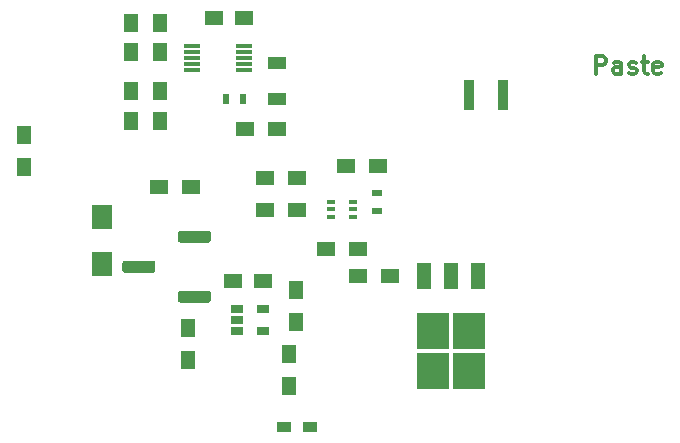
<source format=gtp>
G04 #@! TF.GenerationSoftware,KiCad,Pcbnew,(5.1.4)-1*
G04 #@! TF.CreationDate,2019-11-14T19:44:45-06:00*
G04 #@! TF.ProjectId,Cree_GaN_Driver,43726565-5f47-4614-9e5f-447269766572,rev?*
G04 #@! TF.SameCoordinates,Original*
G04 #@! TF.FileFunction,Paste,Top*
G04 #@! TF.FilePolarity,Positive*
%FSLAX46Y46*%
G04 Gerber Fmt 4.6, Leading zero omitted, Abs format (unit mm)*
G04 Created by KiCad (PCBNEW (5.1.4)-1) date 2019-11-14 19:44:45*
%MOMM*%
%LPD*%
G04 APERTURE LIST*
%ADD10C,0.300000*%
%ADD11R,1.300000X1.500000*%
%ADD12R,1.250000X1.500000*%
%ADD13R,1.500000X1.250000*%
%ADD14R,1.600000X1.000000*%
%ADD15R,0.650000X0.400000*%
%ADD16R,2.750000X3.050000*%
%ADD17R,1.200000X2.200000*%
%ADD18R,0.500000X0.900000*%
%ADD19R,1.500000X1.300000*%
%ADD20R,0.900000X0.500000*%
%ADD21R,1.700000X2.000000*%
%ADD22C,0.020000*%
%ADD23C,1.020000*%
%ADD24R,1.200000X0.900000*%
%ADD25R,1.400000X0.300000*%
%ADD26R,1.060000X0.650000*%
%ADD27R,0.900000X2.500000*%
G04 APERTURE END LIST*
D10*
X158603500Y-149522571D02*
X158603500Y-148022571D01*
X159174928Y-148022571D01*
X159317785Y-148094000D01*
X159389214Y-148165428D01*
X159460642Y-148308285D01*
X159460642Y-148522571D01*
X159389214Y-148665428D01*
X159317785Y-148736857D01*
X159174928Y-148808285D01*
X158603500Y-148808285D01*
X160746357Y-149522571D02*
X160746357Y-148736857D01*
X160674928Y-148594000D01*
X160532071Y-148522571D01*
X160246357Y-148522571D01*
X160103500Y-148594000D01*
X160746357Y-149451142D02*
X160603500Y-149522571D01*
X160246357Y-149522571D01*
X160103500Y-149451142D01*
X160032071Y-149308285D01*
X160032071Y-149165428D01*
X160103500Y-149022571D01*
X160246357Y-148951142D01*
X160603500Y-148951142D01*
X160746357Y-148879714D01*
X161389214Y-149451142D02*
X161532071Y-149522571D01*
X161817785Y-149522571D01*
X161960642Y-149451142D01*
X162032071Y-149308285D01*
X162032071Y-149236857D01*
X161960642Y-149094000D01*
X161817785Y-149022571D01*
X161603500Y-149022571D01*
X161460642Y-148951142D01*
X161389214Y-148808285D01*
X161389214Y-148736857D01*
X161460642Y-148594000D01*
X161603500Y-148522571D01*
X161817785Y-148522571D01*
X161960642Y-148594000D01*
X162460642Y-148522571D02*
X163032071Y-148522571D01*
X162674928Y-148022571D02*
X162674928Y-149308285D01*
X162746357Y-149451142D01*
X162889214Y-149522571D01*
X163032071Y-149522571D01*
X164103500Y-149451142D02*
X163960642Y-149522571D01*
X163674928Y-149522571D01*
X163532071Y-149451142D01*
X163460642Y-149308285D01*
X163460642Y-148736857D01*
X163532071Y-148594000D01*
X163674928Y-148522571D01*
X163960642Y-148522571D01*
X164103500Y-148594000D01*
X164174928Y-148736857D01*
X164174928Y-148879714D01*
X163460642Y-149022571D01*
D11*
X110159800Y-157386000D03*
X110159800Y-154686000D03*
D12*
X121666000Y-153523000D03*
X121666000Y-151023000D03*
X121666000Y-145201000D03*
X121666000Y-147701000D03*
X119253000Y-151023000D03*
X119253000Y-153523000D03*
X119253000Y-147701000D03*
X119253000Y-145201000D03*
D13*
X128758000Y-144780000D03*
X126258000Y-144780000D03*
D14*
X131572000Y-151638000D03*
X131572000Y-148638000D03*
D13*
X127865500Y-167068500D03*
X130365500Y-167068500D03*
D15*
X138049000Y-160371000D03*
X138049000Y-161671000D03*
X136149000Y-161021000D03*
X138049000Y-161021000D03*
X136149000Y-161671000D03*
X136149000Y-160371000D03*
D16*
X144780000Y-171323000D03*
X147830000Y-174673000D03*
X147830000Y-171323000D03*
X144780000Y-174673000D03*
D17*
X144025000Y-166698000D03*
X146305000Y-166698000D03*
X148585000Y-166698000D03*
D18*
X127254000Y-151638000D03*
X128754000Y-151638000D03*
D19*
X131605000Y-154178000D03*
X128905000Y-154178000D03*
X130556000Y-158369000D03*
X133256000Y-158369000D03*
X133256000Y-161036000D03*
X130556000Y-161036000D03*
X140114000Y-157353000D03*
X137414000Y-157353000D03*
D20*
X140081000Y-159663000D03*
X140081000Y-161163000D03*
D11*
X133159500Y-170514000D03*
X133159500Y-167814000D03*
X132588000Y-173228000D03*
X132588000Y-175928000D03*
D19*
X135730000Y-164338000D03*
X138430000Y-164338000D03*
X141130000Y-166687500D03*
X138430000Y-166687500D03*
D21*
X116738400Y-161671000D03*
X116738400Y-165671000D03*
D22*
G36*
X125756994Y-167893228D02*
G01*
X125781748Y-167896900D01*
X125806023Y-167902980D01*
X125829584Y-167911411D01*
X125852206Y-167922110D01*
X125873670Y-167934975D01*
X125893770Y-167949882D01*
X125912312Y-167966688D01*
X125929118Y-167985230D01*
X125944025Y-168005330D01*
X125956890Y-168026794D01*
X125967589Y-168049416D01*
X125976020Y-168072977D01*
X125982100Y-168097252D01*
X125985772Y-168122006D01*
X125987000Y-168147000D01*
X125987000Y-168657000D01*
X125985772Y-168681994D01*
X125982100Y-168706748D01*
X125976020Y-168731023D01*
X125967589Y-168754584D01*
X125956890Y-168777206D01*
X125944025Y-168798670D01*
X125929118Y-168818770D01*
X125912312Y-168837312D01*
X125893770Y-168854118D01*
X125873670Y-168869025D01*
X125852206Y-168881890D01*
X125829584Y-168892589D01*
X125806023Y-168901020D01*
X125781748Y-168907100D01*
X125756994Y-168910772D01*
X125732000Y-168912000D01*
X123442000Y-168912000D01*
X123417006Y-168910772D01*
X123392252Y-168907100D01*
X123367977Y-168901020D01*
X123344416Y-168892589D01*
X123321794Y-168881890D01*
X123300330Y-168869025D01*
X123280230Y-168854118D01*
X123261688Y-168837312D01*
X123244882Y-168818770D01*
X123229975Y-168798670D01*
X123217110Y-168777206D01*
X123206411Y-168754584D01*
X123197980Y-168731023D01*
X123191900Y-168706748D01*
X123188228Y-168681994D01*
X123187000Y-168657000D01*
X123187000Y-168147000D01*
X123188228Y-168122006D01*
X123191900Y-168097252D01*
X123197980Y-168072977D01*
X123206411Y-168049416D01*
X123217110Y-168026794D01*
X123229975Y-168005330D01*
X123244882Y-167985230D01*
X123261688Y-167966688D01*
X123280230Y-167949882D01*
X123300330Y-167934975D01*
X123321794Y-167922110D01*
X123344416Y-167911411D01*
X123367977Y-167902980D01*
X123392252Y-167896900D01*
X123417006Y-167893228D01*
X123442000Y-167892000D01*
X125732000Y-167892000D01*
X125756994Y-167893228D01*
X125756994Y-167893228D01*
G37*
D23*
X124587000Y-168402000D03*
D22*
G36*
X125756994Y-162813228D02*
G01*
X125781748Y-162816900D01*
X125806023Y-162822980D01*
X125829584Y-162831411D01*
X125852206Y-162842110D01*
X125873670Y-162854975D01*
X125893770Y-162869882D01*
X125912312Y-162886688D01*
X125929118Y-162905230D01*
X125944025Y-162925330D01*
X125956890Y-162946794D01*
X125967589Y-162969416D01*
X125976020Y-162992977D01*
X125982100Y-163017252D01*
X125985772Y-163042006D01*
X125987000Y-163067000D01*
X125987000Y-163577000D01*
X125985772Y-163601994D01*
X125982100Y-163626748D01*
X125976020Y-163651023D01*
X125967589Y-163674584D01*
X125956890Y-163697206D01*
X125944025Y-163718670D01*
X125929118Y-163738770D01*
X125912312Y-163757312D01*
X125893770Y-163774118D01*
X125873670Y-163789025D01*
X125852206Y-163801890D01*
X125829584Y-163812589D01*
X125806023Y-163821020D01*
X125781748Y-163827100D01*
X125756994Y-163830772D01*
X125732000Y-163832000D01*
X123442000Y-163832000D01*
X123417006Y-163830772D01*
X123392252Y-163827100D01*
X123367977Y-163821020D01*
X123344416Y-163812589D01*
X123321794Y-163801890D01*
X123300330Y-163789025D01*
X123280230Y-163774118D01*
X123261688Y-163757312D01*
X123244882Y-163738770D01*
X123229975Y-163718670D01*
X123217110Y-163697206D01*
X123206411Y-163674584D01*
X123197980Y-163651023D01*
X123191900Y-163626748D01*
X123188228Y-163601994D01*
X123187000Y-163577000D01*
X123187000Y-163067000D01*
X123188228Y-163042006D01*
X123191900Y-163017252D01*
X123197980Y-162992977D01*
X123206411Y-162969416D01*
X123217110Y-162946794D01*
X123229975Y-162925330D01*
X123244882Y-162905230D01*
X123261688Y-162886688D01*
X123280230Y-162869882D01*
X123300330Y-162854975D01*
X123321794Y-162842110D01*
X123344416Y-162831411D01*
X123367977Y-162822980D01*
X123392252Y-162816900D01*
X123417006Y-162813228D01*
X123442000Y-162812000D01*
X125732000Y-162812000D01*
X125756994Y-162813228D01*
X125756994Y-162813228D01*
G37*
D23*
X124587000Y-163322000D03*
D22*
G36*
X121066994Y-165353228D02*
G01*
X121091748Y-165356900D01*
X121116023Y-165362980D01*
X121139584Y-165371411D01*
X121162206Y-165382110D01*
X121183670Y-165394975D01*
X121203770Y-165409882D01*
X121222312Y-165426688D01*
X121239118Y-165445230D01*
X121254025Y-165465330D01*
X121266890Y-165486794D01*
X121277589Y-165509416D01*
X121286020Y-165532977D01*
X121292100Y-165557252D01*
X121295772Y-165582006D01*
X121297000Y-165607000D01*
X121297000Y-166117000D01*
X121295772Y-166141994D01*
X121292100Y-166166748D01*
X121286020Y-166191023D01*
X121277589Y-166214584D01*
X121266890Y-166237206D01*
X121254025Y-166258670D01*
X121239118Y-166278770D01*
X121222312Y-166297312D01*
X121203770Y-166314118D01*
X121183670Y-166329025D01*
X121162206Y-166341890D01*
X121139584Y-166352589D01*
X121116023Y-166361020D01*
X121091748Y-166367100D01*
X121066994Y-166370772D01*
X121042000Y-166372000D01*
X118752000Y-166372000D01*
X118727006Y-166370772D01*
X118702252Y-166367100D01*
X118677977Y-166361020D01*
X118654416Y-166352589D01*
X118631794Y-166341890D01*
X118610330Y-166329025D01*
X118590230Y-166314118D01*
X118571688Y-166297312D01*
X118554882Y-166278770D01*
X118539975Y-166258670D01*
X118527110Y-166237206D01*
X118516411Y-166214584D01*
X118507980Y-166191023D01*
X118501900Y-166166748D01*
X118498228Y-166141994D01*
X118497000Y-166117000D01*
X118497000Y-165607000D01*
X118498228Y-165582006D01*
X118501900Y-165557252D01*
X118507980Y-165532977D01*
X118516411Y-165509416D01*
X118527110Y-165486794D01*
X118539975Y-165465330D01*
X118554882Y-165445230D01*
X118571688Y-165426688D01*
X118590230Y-165409882D01*
X118610330Y-165394975D01*
X118631794Y-165382110D01*
X118654416Y-165371411D01*
X118677977Y-165362980D01*
X118702252Y-165356900D01*
X118727006Y-165353228D01*
X118752000Y-165352000D01*
X121042000Y-165352000D01*
X121066994Y-165353228D01*
X121066994Y-165353228D01*
G37*
D23*
X119897000Y-165862000D03*
D24*
X132166000Y-179451000D03*
X134366000Y-179451000D03*
D25*
X128819000Y-147209000D03*
X128819000Y-147709000D03*
X128819000Y-148209000D03*
X128819000Y-148709000D03*
X128819000Y-149209000D03*
X124419000Y-149209000D03*
X124419000Y-148709000D03*
X124419000Y-148209000D03*
X124419000Y-147709000D03*
X124419000Y-147209000D03*
D26*
X130386000Y-169420500D03*
X130386000Y-171320500D03*
X128186000Y-171320500D03*
X128186000Y-170370500D03*
X128186000Y-169420500D03*
D27*
X150738500Y-151320500D03*
X147838500Y-151320500D03*
D11*
X124053600Y-173736000D03*
X124053600Y-171036000D03*
D19*
X124286000Y-159080200D03*
X121586000Y-159080200D03*
M02*

</source>
